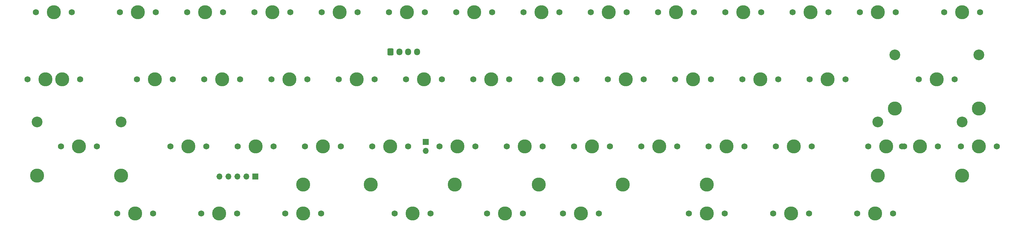
<source format=gbr>
%TF.GenerationSoftware,KiCad,Pcbnew,(6.0.6)*%
%TF.CreationDate,2022-08-10T17:00:59+02:00*%
%TF.ProjectId,rabid40,72616269-6434-4302-9e6b-696361645f70,rev?*%
%TF.SameCoordinates,Original*%
%TF.FileFunction,Soldermask,Top*%
%TF.FilePolarity,Negative*%
%FSLAX46Y46*%
G04 Gerber Fmt 4.6, Leading zero omitted, Abs format (unit mm)*
G04 Created by KiCad (PCBNEW (6.0.6)) date 2022-08-10 17:00:59*
%MOMM*%
%LPD*%
G01*
G04 APERTURE LIST*
G04 Aperture macros list*
%AMRoundRect*
0 Rectangle with rounded corners*
0 $1 Rounding radius*
0 $2 $3 $4 $5 $6 $7 $8 $9 X,Y pos of 4 corners*
0 Add a 4 corners polygon primitive as box body*
4,1,4,$2,$3,$4,$5,$6,$7,$8,$9,$2,$3,0*
0 Add four circle primitives for the rounded corners*
1,1,$1+$1,$2,$3*
1,1,$1+$1,$4,$5*
1,1,$1+$1,$6,$7*
1,1,$1+$1,$8,$9*
0 Add four rect primitives between the rounded corners*
20,1,$1+$1,$2,$3,$4,$5,0*
20,1,$1+$1,$4,$5,$6,$7,0*
20,1,$1+$1,$6,$7,$8,$9,0*
20,1,$1+$1,$8,$9,$2,$3,0*%
G04 Aperture macros list end*
%ADD10C,1.750000*%
%ADD11C,3.987800*%
%ADD12O,1.700000X1.950000*%
%ADD13RoundRect,0.250000X-0.600000X-0.725000X0.600000X-0.725000X0.600000X0.725000X-0.600000X0.725000X0*%
%ADD14C,3.048000*%
%ADD15O,1.700000X1.700000*%
%ADD16R,1.700000X1.700000*%
G04 APERTURE END LIST*
D10*
%TO.C,Alt1*%
X70197500Y-105083750D03*
D11*
X65117500Y-105083750D03*
D10*
X60037500Y-105083750D03*
%TD*%
%TO.C,Alt2*%
X232122500Y-105083750D03*
D11*
X227042500Y-105083750D03*
D10*
X221962500Y-105083750D03*
%TD*%
D12*
%TO.C,J2*%
X121130000Y-59172500D03*
X118630000Y-59172500D03*
X116130000Y-59172500D03*
D13*
X113630000Y-59172500D03*
%TD*%
D10*
%TO.C,F2*%
X98931250Y-66983750D03*
X109091250Y-66983750D03*
D11*
X104011250Y-66983750D03*
%TD*%
D10*
%TO.C,P1*%
X218628750Y-47933750D03*
X208468750Y-47933750D03*
D11*
X213548750Y-47933750D03*
%TD*%
D10*
%TO.C,Q1*%
X47178750Y-47933750D03*
D11*
X42098750Y-47933750D03*
D10*
X37018750Y-47933750D03*
%TD*%
%TO.C,W1*%
X66228750Y-47933750D03*
X56068750Y-47933750D03*
D11*
X61148750Y-47933750D03*
%TD*%
%TO.C,G1*%
X123061250Y-66983750D03*
D10*
X128141250Y-66983750D03*
X117981250Y-66983750D03*
%TD*%
%TO.C,D46*%
X79881250Y-66983750D03*
D11*
X84961250Y-66983750D03*
D10*
X90041250Y-66983750D03*
%TD*%
D11*
%TO.C,E1*%
X80198750Y-47933750D03*
D10*
X85278750Y-47933750D03*
X75118750Y-47933750D03*
%TD*%
%TO.C,;1*%
X223391250Y-66983750D03*
X213231250Y-66983750D03*
D11*
X218311250Y-66983750D03*
%TD*%
%TO.C,Stab_Enter1*%
X280223750Y-75238750D03*
D14*
X256411250Y-59998750D03*
X280223750Y-59998750D03*
D11*
X256411250Y-75238750D03*
%TD*%
D10*
%TO.C,T1*%
X113218750Y-47933750D03*
D11*
X118298750Y-47933750D03*
D10*
X123378750Y-47933750D03*
%TD*%
%TO.C,J3*%
X166241250Y-66983750D03*
D11*
X161161250Y-66983750D03*
D10*
X156081250Y-66983750D03*
%TD*%
%TO.C,Win1*%
X46385000Y-105083750D03*
X36225000Y-105083750D03*
D11*
X41305000Y-105083750D03*
%TD*%
D15*
%TO.C,J1*%
X65190000Y-94530000D03*
X67730000Y-94530000D03*
X70270000Y-94530000D03*
X72810000Y-94530000D03*
D16*
X75350000Y-94530000D03*
%TD*%
D10*
%TO.C,H1*%
X147191250Y-66983750D03*
X137031250Y-66983750D03*
D11*
X142111250Y-66983750D03*
%TD*%
D10*
%TO.C,<1*%
X184656250Y-86033750D03*
D11*
X189736250Y-86033750D03*
D10*
X194816250Y-86033750D03*
%TD*%
D11*
%TO.C,Stab_Spc2.25*%
X107993520Y-96824148D03*
X131806020Y-96824148D03*
%TD*%
%TO.C,U4*%
X156398750Y-47933750D03*
D10*
X151318750Y-47933750D03*
X161478750Y-47933750D03*
%TD*%
%TO.C,L1*%
X194181250Y-66983750D03*
X204341250Y-66983750D03*
D11*
X199261250Y-66983750D03*
%TD*%
%TO.C,Stab_Spc7u1*%
X203230000Y-96828750D03*
X88930000Y-96828750D03*
%TD*%
D10*
%TO.C,Tab1*%
X13206250Y-47933750D03*
D11*
X18286250Y-47933750D03*
D10*
X23366250Y-47933750D03*
%TD*%
D11*
%TO.C,[1*%
X232598750Y-47933750D03*
D10*
X237678750Y-47933750D03*
X227518750Y-47933750D03*
%TD*%
%TO.C,I1*%
X180528750Y-47933750D03*
X170368750Y-47933750D03*
D11*
X175448750Y-47933750D03*
%TD*%
D10*
%TO.C,StepCtrl1*%
X10825000Y-66983750D03*
X20985000Y-66983750D03*
D11*
X15905000Y-66983750D03*
%TD*%
%TO.C,V1*%
X113536250Y-86033750D03*
D10*
X118616250Y-86033750D03*
X108456250Y-86033750D03*
%TD*%
%TO.C,Shift3*%
X258475000Y-86033750D03*
X268635000Y-86033750D03*
D11*
X263555000Y-86033750D03*
%TD*%
D10*
%TO.C,Ctrl1*%
X15587500Y-66983750D03*
X25747500Y-66983750D03*
D11*
X20667500Y-66983750D03*
%TD*%
D10*
%TO.C,Bspc1*%
X270381250Y-47933750D03*
X280541250Y-47933750D03*
D11*
X275461250Y-47933750D03*
%TD*%
D10*
%TO.C,Space_7u1*%
X141000000Y-105083750D03*
X151160000Y-105083750D03*
D11*
X146080000Y-105083750D03*
%TD*%
%TO.C,Y2*%
X137348750Y-47933750D03*
D10*
X142428750Y-47933750D03*
X132268750Y-47933750D03*
%TD*%
D11*
%TO.C,Stab_Spc2.75*%
X155605000Y-96828750D03*
X179417500Y-96828750D03*
%TD*%
D10*
%TO.C,Shift2*%
X259110000Y-86033750D03*
D11*
X254030000Y-86033750D03*
D10*
X248950000Y-86033750D03*
%TD*%
D11*
%TO.C,Space2.25*%
X119886250Y-105083750D03*
D10*
X124966250Y-105083750D03*
X114806250Y-105083750D03*
%TD*%
%TO.C,Space2.75*%
X172591250Y-105083750D03*
X162431250Y-105083750D03*
D11*
X167511250Y-105083750D03*
%TD*%
%TO.C,Fn1*%
X280223750Y-86033750D03*
D10*
X275143750Y-86033750D03*
X285303750Y-86033750D03*
%TD*%
D11*
%TO.C,B1*%
X132586250Y-86033750D03*
D10*
X137666250Y-86033750D03*
X127506250Y-86033750D03*
%TD*%
%TO.C,Shift1*%
X30510000Y-86033750D03*
D11*
X25430000Y-86033750D03*
D10*
X20350000Y-86033750D03*
%TD*%
D14*
%TO.C,Stab_RShift1*%
X251648750Y-79048750D03*
D11*
X251648750Y-94288750D03*
D14*
X275461250Y-79048750D03*
D11*
X275461250Y-94288750D03*
%TD*%
D10*
%TO.C,M1*%
X165606250Y-86033750D03*
D11*
X170686250Y-86033750D03*
D10*
X175766250Y-86033750D03*
%TD*%
%TO.C,Z1*%
X51306250Y-86033750D03*
X61466250Y-86033750D03*
D11*
X56386250Y-86033750D03*
%TD*%
D10*
%TO.C,C18*%
X99566250Y-86033750D03*
D11*
X94486250Y-86033750D03*
D10*
X89406250Y-86033750D03*
%TD*%
D14*
%TO.C,Stab_LShift1*%
X13523750Y-79048750D03*
D11*
X37336250Y-94288750D03*
D14*
X37336250Y-79048750D03*
D11*
X13523750Y-94288750D03*
%TD*%
%TO.C,S1*%
X65911250Y-66983750D03*
D10*
X60831250Y-66983750D03*
X70991250Y-66983750D03*
%TD*%
D11*
%TO.C,A1*%
X46861250Y-66983750D03*
D10*
X51941250Y-66983750D03*
X41781250Y-66983750D03*
%TD*%
%TO.C,'1*%
X232281250Y-66983750D03*
X242441250Y-66983750D03*
D11*
X237361250Y-66983750D03*
%TD*%
D10*
%TO.C,X1*%
X80516250Y-86033750D03*
D11*
X75436250Y-86033750D03*
D10*
X70356250Y-86033750D03*
%TD*%
%TO.C,/1*%
X232916250Y-86033750D03*
D11*
X227836250Y-86033750D03*
D10*
X222756250Y-86033750D03*
%TD*%
%TO.C,R6*%
X94168750Y-47933750D03*
D11*
X99248750Y-47933750D03*
D10*
X104328750Y-47933750D03*
%TD*%
D11*
%TO.C,RMod1*%
X203230000Y-105083750D03*
D10*
X208310000Y-105083750D03*
X198150000Y-105083750D03*
%TD*%
%TO.C,K1*%
X185291250Y-66983750D03*
X175131250Y-66983750D03*
D11*
X180211250Y-66983750D03*
%TD*%
D10*
%TO.C,Win2*%
X245775000Y-105083750D03*
X255935000Y-105083750D03*
D11*
X250855000Y-105083750D03*
%TD*%
D10*
%TO.C,>1*%
X213866250Y-86033750D03*
X203706250Y-86033750D03*
D11*
X208786250Y-86033750D03*
%TD*%
%TO.C,N1*%
X151636250Y-86033750D03*
D10*
X146556250Y-86033750D03*
X156716250Y-86033750D03*
%TD*%
%TO.C,]1*%
X246568750Y-47933750D03*
D11*
X251648750Y-47933750D03*
D10*
X256728750Y-47933750D03*
%TD*%
%TO.C,Enter1*%
X263237500Y-66983750D03*
D11*
X268317500Y-66983750D03*
D10*
X273397500Y-66983750D03*
%TD*%
%TO.C,O1*%
X199578750Y-47933750D03*
D11*
X194498750Y-47933750D03*
D10*
X189418750Y-47933750D03*
%TD*%
%TO.C,LMod1*%
X94010000Y-105083750D03*
X83850000Y-105083750D03*
D11*
X88930000Y-105083750D03*
%TD*%
D15*
%TO.C,SW7*%
X123630000Y-87300000D03*
D16*
X123630000Y-84760000D03*
%TD*%
M02*

</source>
